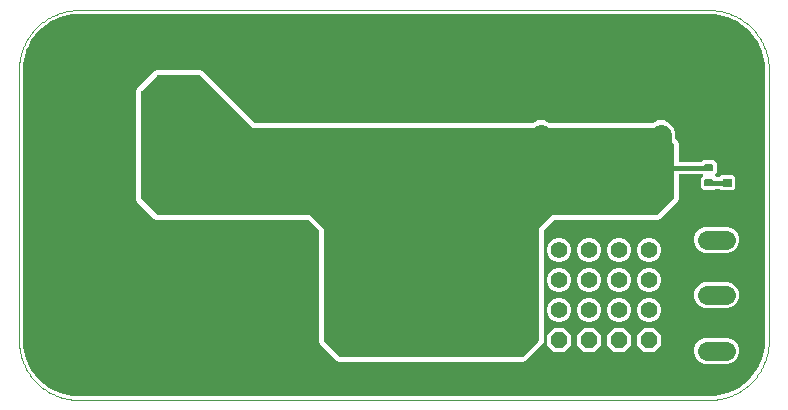
<source format=gtl>
G04 EAGLE Gerber RS-274X export*
G75*
%MOMM*%
%FSLAX34Y34*%
%LPD*%
%INtop copper*%
%IPPOS*%
%AMOC8*
5,1,8,0,0,1.08239X$1,22.5*%
G01*
%ADD10C,0.025400*%
%ADD11P,4.948687X8X112.500000*%
%ADD12C,4.572000*%
%ADD13P,4.123906X8X202.500000*%
%ADD14C,3.810000*%
%ADD15C,1.778000*%
%ADD16C,4.445000*%
%ADD17C,1.397000*%
%ADD18P,1.512099X8X22.500000*%
%ADD19C,1.600000*%
%ADD20C,0.158750*%
%ADD21C,0.063500*%
%ADD22C,0.317500*%
%ADD23C,0.406400*%
%ADD24C,0.508000*%

G36*
X584231Y3180D02*
X584231Y3180D01*
X584257Y3177D01*
X589475Y3470D01*
X589575Y3490D01*
X589644Y3494D01*
X599820Y5817D01*
X599959Y5870D01*
X600035Y5892D01*
X609438Y10420D01*
X609534Y10485D01*
X609616Y10533D01*
X609630Y10541D01*
X609633Y10543D01*
X609633Y10544D01*
X617791Y17049D01*
X617893Y17157D01*
X617951Y17209D01*
X624459Y25369D01*
X624534Y25498D01*
X624580Y25562D01*
X624833Y26087D01*
X624833Y26088D01*
X626300Y29133D01*
X627277Y31164D01*
X628255Y33194D01*
X628255Y33195D01*
X629108Y34965D01*
X629154Y35108D01*
X629183Y35180D01*
X631506Y45356D01*
X631514Y45456D01*
X631530Y45524D01*
X631823Y50743D01*
X631820Y50775D01*
X631824Y50800D01*
X631824Y279400D01*
X631820Y279431D01*
X631823Y279457D01*
X631530Y284675D01*
X631510Y284775D01*
X631506Y284844D01*
X629183Y295020D01*
X629130Y295159D01*
X629108Y295234D01*
X624580Y304638D01*
X624497Y304762D01*
X624459Y304830D01*
X617951Y312991D01*
X617843Y313093D01*
X617791Y313151D01*
X609631Y319659D01*
X609502Y319734D01*
X609438Y319780D01*
X600035Y324308D01*
X599892Y324354D01*
X599820Y324383D01*
X589644Y326706D01*
X589544Y326714D01*
X589476Y326730D01*
X584257Y327023D01*
X584225Y327020D01*
X584200Y327024D01*
X50800Y327024D01*
X50769Y327020D01*
X50743Y327023D01*
X45525Y326730D01*
X45425Y326710D01*
X45356Y326706D01*
X35180Y324383D01*
X35041Y324330D01*
X34966Y324308D01*
X25562Y319780D01*
X25438Y319697D01*
X25370Y319659D01*
X17209Y313151D01*
X17107Y313043D01*
X17049Y312991D01*
X10541Y304830D01*
X10466Y304702D01*
X10420Y304638D01*
X9686Y303114D01*
X9686Y303113D01*
X8219Y300068D01*
X7242Y298037D01*
X7241Y298037D01*
X6264Y296007D01*
X6264Y296006D01*
X5892Y295234D01*
X5846Y295092D01*
X5817Y295020D01*
X3494Y284844D01*
X3486Y284744D01*
X3470Y284676D01*
X3177Y279457D01*
X3180Y279425D01*
X3176Y279400D01*
X3176Y50800D01*
X3180Y50769D01*
X3177Y50743D01*
X3470Y45525D01*
X3490Y45425D01*
X3494Y45356D01*
X5817Y35180D01*
X5870Y35041D01*
X5892Y34966D01*
X10420Y25562D01*
X10503Y25438D01*
X10541Y25370D01*
X17049Y17209D01*
X17157Y17107D01*
X17209Y17049D01*
X25370Y10541D01*
X25498Y10466D01*
X25562Y10420D01*
X34966Y5892D01*
X35108Y5846D01*
X35180Y5817D01*
X45356Y3494D01*
X45456Y3486D01*
X45525Y3470D01*
X50743Y3177D01*
X50775Y3180D01*
X50800Y3176D01*
X584200Y3176D01*
X584231Y3180D01*
G37*
%LPC*%
G36*
X271837Y32003D02*
X271837Y32003D01*
X269596Y32931D01*
X255181Y47346D01*
X254253Y49587D01*
X254253Y143104D01*
X254241Y143191D01*
X254238Y143278D01*
X254221Y143331D01*
X254213Y143386D01*
X254178Y143465D01*
X254151Y143549D01*
X254123Y143588D01*
X254097Y143645D01*
X254001Y143758D01*
X253956Y143822D01*
X245422Y152356D01*
X245352Y152408D01*
X245288Y152468D01*
X245239Y152494D01*
X245195Y152527D01*
X245113Y152558D01*
X245035Y152598D01*
X244988Y152606D01*
X244929Y152628D01*
X244781Y152640D01*
X244704Y152653D01*
X116897Y152653D01*
X114656Y153581D01*
X100241Y167996D01*
X99313Y170237D01*
X99313Y261563D01*
X100241Y263804D01*
X114656Y278219D01*
X116897Y279147D01*
X153613Y279147D01*
X155854Y278219D01*
X199078Y234994D01*
X199148Y234942D01*
X199212Y234882D01*
X199261Y234856D01*
X199305Y234823D01*
X199387Y234792D01*
X199465Y234752D01*
X199512Y234744D01*
X199571Y234722D01*
X199719Y234710D01*
X199796Y234697D01*
X434562Y234697D01*
X434649Y234709D01*
X434736Y234712D01*
X434789Y234729D01*
X434844Y234737D01*
X434924Y234772D01*
X435007Y234799D01*
X435046Y234827D01*
X435103Y234853D01*
X435148Y234891D01*
X439585Y236729D01*
X444335Y236729D01*
X448757Y234897D01*
X448774Y234882D01*
X448823Y234856D01*
X448867Y234823D01*
X448949Y234792D01*
X449027Y234752D01*
X449074Y234744D01*
X449133Y234722D01*
X449280Y234710D01*
X449358Y234697D01*
X536162Y234697D01*
X536249Y234709D01*
X536336Y234712D01*
X536389Y234729D01*
X536444Y234737D01*
X536524Y234772D01*
X536607Y234799D01*
X536646Y234827D01*
X536703Y234853D01*
X536748Y234891D01*
X541185Y236729D01*
X545935Y236729D01*
X550323Y234911D01*
X553681Y231553D01*
X555499Y227165D01*
X555499Y221894D01*
X555511Y221807D01*
X555514Y221720D01*
X555531Y221667D01*
X555539Y221612D01*
X555574Y221533D01*
X555601Y221449D01*
X555629Y221410D01*
X555655Y221353D01*
X555751Y221240D01*
X555796Y221176D01*
X557619Y219354D01*
X558547Y217113D01*
X558547Y202946D01*
X558555Y202888D01*
X558553Y202830D01*
X558575Y202748D01*
X558587Y202664D01*
X558610Y202611D01*
X558625Y202555D01*
X558668Y202482D01*
X558703Y202405D01*
X558741Y202360D01*
X558770Y202310D01*
X558832Y202252D01*
X558886Y202188D01*
X558935Y202156D01*
X558978Y202116D01*
X559053Y202077D01*
X559123Y202030D01*
X559179Y202013D01*
X559231Y201986D01*
X559299Y201975D01*
X559394Y201945D01*
X559494Y201942D01*
X559562Y201931D01*
X578029Y201931D01*
X578115Y201943D01*
X578203Y201946D01*
X578255Y201963D01*
X578310Y201971D01*
X578390Y202006D01*
X578473Y202033D01*
X578512Y202061D01*
X578570Y202087D01*
X578683Y202183D01*
X578746Y202228D01*
X579592Y203074D01*
X588808Y203074D01*
X591059Y200823D01*
X591059Y192877D01*
X589399Y191218D01*
X589364Y191171D01*
X589322Y191131D01*
X589279Y191058D01*
X589229Y190991D01*
X589208Y190936D01*
X589178Y190886D01*
X589157Y190804D01*
X589127Y190725D01*
X589123Y190667D01*
X589108Y190610D01*
X589111Y190526D01*
X589104Y190442D01*
X589115Y190384D01*
X589117Y190326D01*
X589143Y190246D01*
X589160Y190163D01*
X589187Y190111D01*
X589205Y190055D01*
X589245Y189999D01*
X589291Y189911D01*
X589359Y189838D01*
X589399Y189782D01*
X589653Y189528D01*
X589723Y189476D01*
X589787Y189416D01*
X589837Y189390D01*
X589881Y189357D01*
X589962Y189326D01*
X590040Y189286D01*
X590088Y189278D01*
X590146Y189256D01*
X590294Y189244D01*
X590371Y189231D01*
X592990Y189231D01*
X593076Y189243D01*
X593164Y189246D01*
X593216Y189263D01*
X593271Y189271D01*
X593351Y189306D01*
X593434Y189333D01*
X593474Y189361D01*
X593531Y189387D01*
X593644Y189483D01*
X593708Y189528D01*
X594553Y190374D01*
X604327Y190374D01*
X606299Y188402D01*
X606299Y179898D01*
X604327Y177926D01*
X594553Y177926D01*
X593708Y178772D01*
X593638Y178824D01*
X593574Y178884D01*
X593525Y178910D01*
X593480Y178943D01*
X593399Y178974D01*
X593321Y179014D01*
X593273Y179022D01*
X593215Y179044D01*
X593067Y179056D01*
X592990Y179069D01*
X590371Y179069D01*
X590285Y179057D01*
X590197Y179054D01*
X590145Y179037D01*
X590090Y179029D01*
X590010Y178994D01*
X589927Y178967D01*
X589887Y178939D01*
X589830Y178913D01*
X589717Y178817D01*
X589653Y178772D01*
X588808Y177926D01*
X579592Y177926D01*
X577341Y180177D01*
X577341Y188123D01*
X579001Y189782D01*
X579036Y189829D01*
X579078Y189869D01*
X579121Y189942D01*
X579171Y190009D01*
X579192Y190064D01*
X579222Y190114D01*
X579243Y190196D01*
X579273Y190275D01*
X579277Y190333D01*
X579292Y190390D01*
X579289Y190474D01*
X579296Y190558D01*
X579285Y190616D01*
X579283Y190674D01*
X579257Y190754D01*
X579240Y190837D01*
X579213Y190889D01*
X579195Y190945D01*
X579155Y191001D01*
X579109Y191089D01*
X579041Y191162D01*
X579001Y191218D01*
X578746Y191472D01*
X578677Y191524D01*
X578613Y191584D01*
X578563Y191610D01*
X578519Y191643D01*
X578438Y191674D01*
X578360Y191714D01*
X578312Y191722D01*
X578254Y191744D01*
X578106Y191756D01*
X578029Y191769D01*
X559562Y191769D01*
X559504Y191761D01*
X559446Y191763D01*
X559364Y191741D01*
X559280Y191729D01*
X559227Y191706D01*
X559171Y191691D01*
X559098Y191648D01*
X559021Y191613D01*
X558976Y191575D01*
X558926Y191546D01*
X558868Y191484D01*
X558804Y191430D01*
X558772Y191381D01*
X558732Y191338D01*
X558693Y191263D01*
X558646Y191193D01*
X558629Y191137D01*
X558602Y191085D01*
X558591Y191017D01*
X558561Y190922D01*
X558558Y190822D01*
X558547Y190754D01*
X558547Y170237D01*
X557619Y167996D01*
X543204Y153581D01*
X540963Y152653D01*
X453796Y152653D01*
X453709Y152641D01*
X453622Y152638D01*
X453569Y152621D01*
X453514Y152613D01*
X453435Y152578D01*
X453351Y152551D01*
X453312Y152523D01*
X453255Y152497D01*
X453142Y152401D01*
X453078Y152356D01*
X444544Y143822D01*
X444492Y143752D01*
X444432Y143688D01*
X444406Y143639D01*
X444373Y143595D01*
X444342Y143513D01*
X444302Y143435D01*
X444294Y143388D01*
X444272Y143329D01*
X444260Y143181D01*
X444247Y143104D01*
X444247Y49587D01*
X443319Y47346D01*
X428904Y32931D01*
X426663Y32003D01*
X271837Y32003D01*
G37*
%LPD*%
G36*
X425477Y36071D02*
X425477Y36071D01*
X425503Y36069D01*
X425677Y36091D01*
X425851Y36109D01*
X425876Y36117D01*
X425903Y36120D01*
X426068Y36176D01*
X426236Y36227D01*
X426259Y36240D01*
X426284Y36248D01*
X426436Y36335D01*
X426590Y36419D01*
X426610Y36436D01*
X426633Y36449D01*
X426886Y36664D01*
X439586Y49364D01*
X439603Y49384D01*
X439624Y49402D01*
X439731Y49540D01*
X439841Y49675D01*
X439854Y49699D01*
X439870Y49720D01*
X439948Y49877D01*
X440030Y50031D01*
X440038Y50056D01*
X440050Y50081D01*
X440095Y50250D01*
X440145Y50417D01*
X440147Y50443D01*
X440154Y50469D01*
X440181Y50800D01*
X440181Y145209D01*
X451691Y156719D01*
X539750Y156719D01*
X539777Y156721D01*
X539803Y156719D01*
X539977Y156741D01*
X540151Y156759D01*
X540176Y156767D01*
X540203Y156770D01*
X540368Y156826D01*
X540536Y156877D01*
X540559Y156890D01*
X540584Y156898D01*
X540736Y156985D01*
X540890Y157069D01*
X540910Y157086D01*
X540933Y157099D01*
X541186Y157314D01*
X553886Y170014D01*
X553903Y170034D01*
X553924Y170052D01*
X554031Y170190D01*
X554141Y170325D01*
X554154Y170349D01*
X554170Y170370D01*
X554248Y170527D01*
X554330Y170681D01*
X554338Y170706D01*
X554350Y170731D01*
X554395Y170900D01*
X554445Y171067D01*
X554447Y171093D01*
X554454Y171119D01*
X554481Y171450D01*
X554481Y215900D01*
X554479Y215927D01*
X554481Y215953D01*
X554459Y216127D01*
X554441Y216301D01*
X554434Y216326D01*
X554430Y216353D01*
X554375Y216518D01*
X554323Y216686D01*
X554310Y216709D01*
X554302Y216734D01*
X554215Y216886D01*
X554131Y217040D01*
X554114Y217060D01*
X554101Y217083D01*
X553886Y217336D01*
X541186Y230036D01*
X541166Y230053D01*
X541148Y230074D01*
X541010Y230181D01*
X540875Y230291D01*
X540851Y230304D01*
X540830Y230320D01*
X540673Y230398D01*
X540519Y230480D01*
X540494Y230488D01*
X540470Y230500D01*
X540300Y230545D01*
X540133Y230595D01*
X540107Y230597D01*
X540081Y230604D01*
X539750Y230631D01*
X197691Y230631D01*
X153836Y274486D01*
X153816Y274503D01*
X153798Y274524D01*
X153660Y274631D01*
X153525Y274741D01*
X153501Y274754D01*
X153480Y274770D01*
X153323Y274848D01*
X153169Y274930D01*
X153144Y274938D01*
X153120Y274950D01*
X152950Y274995D01*
X152783Y275045D01*
X152757Y275047D01*
X152731Y275054D01*
X152400Y275081D01*
X118110Y275081D01*
X118083Y275079D01*
X118057Y275081D01*
X117883Y275059D01*
X117709Y275041D01*
X117684Y275034D01*
X117657Y275030D01*
X117492Y274975D01*
X117324Y274923D01*
X117301Y274910D01*
X117276Y274902D01*
X117124Y274815D01*
X116970Y274731D01*
X116950Y274714D01*
X116927Y274701D01*
X116674Y274486D01*
X103974Y261786D01*
X103957Y261766D01*
X103937Y261748D01*
X103829Y261610D01*
X103719Y261475D01*
X103706Y261451D01*
X103690Y261430D01*
X103612Y261273D01*
X103530Y261119D01*
X103522Y261094D01*
X103510Y261070D01*
X103465Y260900D01*
X103415Y260733D01*
X103413Y260707D01*
X103406Y260681D01*
X103379Y260350D01*
X103379Y171450D01*
X103381Y171423D01*
X103379Y171397D01*
X103401Y171223D01*
X103419Y171049D01*
X103427Y171024D01*
X103430Y170997D01*
X103486Y170832D01*
X103537Y170664D01*
X103550Y170641D01*
X103558Y170616D01*
X103645Y170464D01*
X103729Y170310D01*
X103746Y170290D01*
X103759Y170267D01*
X103974Y170014D01*
X116674Y157314D01*
X116694Y157297D01*
X116712Y157277D01*
X116850Y157169D01*
X116985Y157059D01*
X117009Y157046D01*
X117030Y157030D01*
X117187Y156952D01*
X117341Y156870D01*
X117366Y156862D01*
X117391Y156850D01*
X117560Y156805D01*
X117727Y156755D01*
X117753Y156753D01*
X117779Y156746D01*
X118110Y156719D01*
X246809Y156719D01*
X258319Y145209D01*
X258319Y50800D01*
X258321Y50773D01*
X258319Y50747D01*
X258341Y50573D01*
X258359Y50399D01*
X258367Y50374D01*
X258370Y50347D01*
X258426Y50182D01*
X258477Y50014D01*
X258490Y49991D01*
X258498Y49966D01*
X258585Y49814D01*
X258669Y49660D01*
X258686Y49640D01*
X258699Y49617D01*
X258914Y49364D01*
X271614Y36664D01*
X271634Y36647D01*
X271652Y36627D01*
X271790Y36519D01*
X271925Y36409D01*
X271949Y36396D01*
X271970Y36380D01*
X272127Y36302D01*
X272281Y36220D01*
X272306Y36212D01*
X272331Y36200D01*
X272500Y36155D01*
X272667Y36105D01*
X272693Y36103D01*
X272719Y36096D01*
X273050Y36069D01*
X425450Y36069D01*
X425477Y36071D01*
G37*
%LPC*%
G36*
X580352Y124851D02*
X580352Y124851D01*
X576291Y126533D01*
X573183Y129641D01*
X571501Y133702D01*
X571501Y138098D01*
X573183Y142159D01*
X576291Y145267D01*
X580352Y146949D01*
X600748Y146949D01*
X604809Y145267D01*
X607917Y142159D01*
X609599Y138098D01*
X609599Y133702D01*
X607917Y129641D01*
X604809Y126533D01*
X600748Y124851D01*
X580352Y124851D01*
G37*
%LPD*%
%LPC*%
G36*
X580352Y77851D02*
X580352Y77851D01*
X576291Y79533D01*
X573183Y82641D01*
X571501Y86702D01*
X571501Y91098D01*
X573183Y95159D01*
X576291Y98267D01*
X580352Y99949D01*
X600748Y99949D01*
X604809Y98267D01*
X607917Y95159D01*
X609599Y91098D01*
X609599Y86702D01*
X607917Y82641D01*
X604809Y79533D01*
X600748Y77851D01*
X580352Y77851D01*
G37*
%LPD*%
%LPC*%
G36*
X580352Y30851D02*
X580352Y30851D01*
X576291Y32533D01*
X573183Y35641D01*
X571501Y39702D01*
X571501Y44098D01*
X573183Y48159D01*
X576291Y51267D01*
X580352Y52949D01*
X600748Y52949D01*
X604809Y51267D01*
X607917Y48159D01*
X609599Y44098D01*
X609599Y39702D01*
X607917Y35641D01*
X604809Y32533D01*
X600748Y30851D01*
X580352Y30851D01*
G37*
%LPD*%
%LPC*%
G36*
X529244Y40766D02*
X529244Y40766D01*
X523366Y46644D01*
X523366Y54956D01*
X529244Y60834D01*
X537556Y60834D01*
X543434Y54956D01*
X543434Y46644D01*
X537556Y40766D01*
X529244Y40766D01*
G37*
%LPD*%
%LPC*%
G36*
X503844Y40766D02*
X503844Y40766D01*
X497966Y46644D01*
X497966Y54956D01*
X503844Y60834D01*
X512156Y60834D01*
X518034Y54956D01*
X518034Y46644D01*
X512156Y40766D01*
X503844Y40766D01*
G37*
%LPD*%
%LPC*%
G36*
X478444Y40766D02*
X478444Y40766D01*
X472566Y46644D01*
X472566Y54956D01*
X478444Y60834D01*
X486756Y60834D01*
X492634Y54956D01*
X492634Y46644D01*
X486756Y40766D01*
X478444Y40766D01*
G37*
%LPD*%
%LPC*%
G36*
X453044Y40766D02*
X453044Y40766D01*
X447166Y46644D01*
X447166Y54956D01*
X453044Y60834D01*
X461356Y60834D01*
X467234Y54956D01*
X467234Y46644D01*
X461356Y40766D01*
X453044Y40766D01*
G37*
%LPD*%
%LPC*%
G36*
X531404Y116966D02*
X531404Y116966D01*
X527716Y118494D01*
X524894Y121316D01*
X523366Y125004D01*
X523366Y128996D01*
X524894Y132684D01*
X527716Y135506D01*
X531404Y137034D01*
X535396Y137034D01*
X539084Y135506D01*
X541906Y132684D01*
X543434Y128996D01*
X543434Y125004D01*
X541906Y121316D01*
X539084Y118494D01*
X535396Y116966D01*
X531404Y116966D01*
G37*
%LPD*%
%LPC*%
G36*
X480604Y116966D02*
X480604Y116966D01*
X476916Y118494D01*
X474094Y121316D01*
X472566Y125004D01*
X472566Y128996D01*
X474094Y132684D01*
X476916Y135506D01*
X480604Y137034D01*
X484596Y137034D01*
X488284Y135506D01*
X491106Y132684D01*
X492634Y128996D01*
X492634Y125004D01*
X491106Y121316D01*
X488284Y118494D01*
X484596Y116966D01*
X480604Y116966D01*
G37*
%LPD*%
%LPC*%
G36*
X506004Y116966D02*
X506004Y116966D01*
X502316Y118494D01*
X499494Y121316D01*
X497966Y125004D01*
X497966Y128996D01*
X499494Y132684D01*
X502316Y135506D01*
X506004Y137034D01*
X509996Y137034D01*
X513684Y135506D01*
X516506Y132684D01*
X518034Y128996D01*
X518034Y125004D01*
X516506Y121316D01*
X513684Y118494D01*
X509996Y116966D01*
X506004Y116966D01*
G37*
%LPD*%
%LPC*%
G36*
X455204Y116966D02*
X455204Y116966D01*
X451516Y118494D01*
X448694Y121316D01*
X447166Y125004D01*
X447166Y128996D01*
X448694Y132684D01*
X451516Y135506D01*
X455204Y137034D01*
X459196Y137034D01*
X462884Y135506D01*
X465706Y132684D01*
X467234Y128996D01*
X467234Y125004D01*
X465706Y121316D01*
X462884Y118494D01*
X459196Y116966D01*
X455204Y116966D01*
G37*
%LPD*%
%LPC*%
G36*
X531404Y91566D02*
X531404Y91566D01*
X527716Y93094D01*
X524894Y95916D01*
X523366Y99604D01*
X523366Y103596D01*
X524894Y107284D01*
X527716Y110106D01*
X531404Y111634D01*
X535396Y111634D01*
X539084Y110106D01*
X541906Y107284D01*
X543434Y103596D01*
X543434Y99604D01*
X541906Y95916D01*
X539084Y93094D01*
X535396Y91566D01*
X531404Y91566D01*
G37*
%LPD*%
%LPC*%
G36*
X506004Y91566D02*
X506004Y91566D01*
X502316Y93094D01*
X499494Y95916D01*
X497966Y99604D01*
X497966Y103596D01*
X499494Y107284D01*
X502316Y110106D01*
X506004Y111634D01*
X509996Y111634D01*
X513684Y110106D01*
X516506Y107284D01*
X518034Y103596D01*
X518034Y99604D01*
X516506Y95916D01*
X513684Y93094D01*
X509996Y91566D01*
X506004Y91566D01*
G37*
%LPD*%
%LPC*%
G36*
X480604Y91566D02*
X480604Y91566D01*
X476916Y93094D01*
X474094Y95916D01*
X472566Y99604D01*
X472566Y103596D01*
X474094Y107284D01*
X476916Y110106D01*
X480604Y111634D01*
X484596Y111634D01*
X488284Y110106D01*
X491106Y107284D01*
X492634Y103596D01*
X492634Y99604D01*
X491106Y95916D01*
X488284Y93094D01*
X484596Y91566D01*
X480604Y91566D01*
G37*
%LPD*%
%LPC*%
G36*
X455204Y91566D02*
X455204Y91566D01*
X451516Y93094D01*
X448694Y95916D01*
X447166Y99604D01*
X447166Y103596D01*
X448694Y107284D01*
X451516Y110106D01*
X455204Y111634D01*
X459196Y111634D01*
X462884Y110106D01*
X465706Y107284D01*
X467234Y103596D01*
X467234Y99604D01*
X465706Y95916D01*
X462884Y93094D01*
X459196Y91566D01*
X455204Y91566D01*
G37*
%LPD*%
%LPC*%
G36*
X531404Y66166D02*
X531404Y66166D01*
X527716Y67694D01*
X524894Y70516D01*
X523366Y74204D01*
X523366Y78196D01*
X524894Y81884D01*
X527716Y84706D01*
X531404Y86234D01*
X535396Y86234D01*
X539084Y84706D01*
X541906Y81884D01*
X543434Y78196D01*
X543434Y74204D01*
X541906Y70516D01*
X539084Y67694D01*
X535396Y66166D01*
X531404Y66166D01*
G37*
%LPD*%
%LPC*%
G36*
X506004Y66166D02*
X506004Y66166D01*
X502316Y67694D01*
X499494Y70516D01*
X497966Y74204D01*
X497966Y78196D01*
X499494Y81884D01*
X502316Y84706D01*
X506004Y86234D01*
X509996Y86234D01*
X513684Y84706D01*
X516506Y81884D01*
X518034Y78196D01*
X518034Y74204D01*
X516506Y70516D01*
X513684Y67694D01*
X509996Y66166D01*
X506004Y66166D01*
G37*
%LPD*%
%LPC*%
G36*
X480604Y66166D02*
X480604Y66166D01*
X476916Y67694D01*
X474094Y70516D01*
X472566Y74204D01*
X472566Y78196D01*
X474094Y81884D01*
X476916Y84706D01*
X480604Y86234D01*
X484596Y86234D01*
X488284Y84706D01*
X491106Y81884D01*
X492634Y78196D01*
X492634Y74204D01*
X491106Y70516D01*
X488284Y67694D01*
X484596Y66166D01*
X480604Y66166D01*
G37*
%LPD*%
%LPC*%
G36*
X455204Y66166D02*
X455204Y66166D01*
X451516Y67694D01*
X448694Y70516D01*
X447166Y74204D01*
X447166Y78196D01*
X448694Y81884D01*
X451516Y84706D01*
X455204Y86234D01*
X459196Y86234D01*
X462884Y84706D01*
X465706Y81884D01*
X467234Y78196D01*
X467234Y74204D01*
X465706Y70516D01*
X462884Y67694D01*
X459196Y66166D01*
X455204Y66166D01*
G37*
%LPD*%
D10*
X635000Y50800D02*
X635000Y279400D01*
X634985Y280628D01*
X634941Y281854D01*
X634867Y283080D01*
X634763Y284303D01*
X634630Y285523D01*
X634467Y286740D01*
X634275Y287953D01*
X634054Y289160D01*
X633803Y290362D01*
X633524Y291557D01*
X633216Y292746D01*
X632879Y293926D01*
X632514Y295098D01*
X632120Y296261D01*
X631699Y297414D01*
X631250Y298556D01*
X630773Y299688D01*
X630269Y300807D01*
X629738Y301914D01*
X629181Y303008D01*
X628598Y304088D01*
X627988Y305154D01*
X627353Y306204D01*
X626693Y307239D01*
X626008Y308258D01*
X625298Y309259D01*
X624565Y310244D01*
X623807Y311210D01*
X623027Y312158D01*
X622224Y313087D01*
X621399Y313996D01*
X620552Y314884D01*
X619684Y315752D01*
X618796Y316599D01*
X617887Y317424D01*
X616958Y318227D01*
X616010Y319007D01*
X615044Y319765D01*
X614059Y320498D01*
X613058Y321208D01*
X612039Y321893D01*
X611004Y322553D01*
X609954Y323188D01*
X608888Y323798D01*
X607808Y324381D01*
X606714Y324938D01*
X605607Y325469D01*
X604488Y325973D01*
X603356Y326450D01*
X602214Y326899D01*
X601061Y327320D01*
X599898Y327714D01*
X598726Y328079D01*
X597546Y328416D01*
X596357Y328724D01*
X595162Y329003D01*
X593960Y329254D01*
X592753Y329475D01*
X591540Y329667D01*
X590323Y329830D01*
X589103Y329963D01*
X587880Y330067D01*
X586654Y330141D01*
X585428Y330185D01*
X584200Y330200D01*
X50800Y330200D01*
X49572Y330185D01*
X48346Y330141D01*
X47120Y330067D01*
X45897Y329963D01*
X44677Y329830D01*
X43460Y329667D01*
X42247Y329475D01*
X41040Y329254D01*
X39838Y329003D01*
X38643Y328724D01*
X37454Y328416D01*
X36274Y328079D01*
X35102Y327714D01*
X33939Y327320D01*
X32786Y326899D01*
X31644Y326450D01*
X30512Y325973D01*
X29393Y325469D01*
X28286Y324938D01*
X27192Y324381D01*
X26112Y323798D01*
X25046Y323188D01*
X23996Y322553D01*
X22961Y321893D01*
X21942Y321208D01*
X20941Y320498D01*
X19956Y319765D01*
X18990Y319007D01*
X18042Y318227D01*
X17113Y317424D01*
X16204Y316599D01*
X15316Y315752D01*
X14448Y314884D01*
X13601Y313996D01*
X12776Y313087D01*
X11973Y312158D01*
X11193Y311210D01*
X10435Y310244D01*
X9702Y309259D01*
X8992Y308258D01*
X8307Y307239D01*
X7647Y306204D01*
X7012Y305154D01*
X6402Y304088D01*
X5819Y303008D01*
X5262Y301914D01*
X4731Y300807D01*
X4227Y299688D01*
X3750Y298556D01*
X3301Y297414D01*
X2880Y296261D01*
X2486Y295098D01*
X2121Y293926D01*
X1784Y292746D01*
X1476Y291557D01*
X1197Y290362D01*
X946Y289160D01*
X725Y287953D01*
X533Y286740D01*
X370Y285523D01*
X237Y284303D01*
X133Y283080D01*
X59Y281854D01*
X15Y280628D01*
X0Y279400D01*
X0Y50800D01*
X15Y49572D01*
X59Y48346D01*
X133Y47120D01*
X237Y45897D01*
X370Y44677D01*
X533Y43460D01*
X725Y42247D01*
X946Y41040D01*
X1197Y39838D01*
X1476Y38643D01*
X1784Y37454D01*
X2121Y36274D01*
X2486Y35102D01*
X2880Y33939D01*
X3301Y32786D01*
X3750Y31644D01*
X4227Y30512D01*
X4731Y29393D01*
X5262Y28286D01*
X5819Y27192D01*
X6402Y26112D01*
X7012Y25046D01*
X7647Y23996D01*
X8307Y22961D01*
X8992Y21942D01*
X9702Y20941D01*
X10435Y19956D01*
X11193Y18990D01*
X11973Y18042D01*
X12776Y17113D01*
X13601Y16204D01*
X14448Y15316D01*
X15316Y14448D01*
X16204Y13601D01*
X17113Y12776D01*
X18042Y11973D01*
X18990Y11193D01*
X19956Y10435D01*
X20941Y9702D01*
X21942Y8992D01*
X22961Y8307D01*
X23996Y7647D01*
X25046Y7012D01*
X26112Y6402D01*
X27192Y5819D01*
X28286Y5262D01*
X29393Y4731D01*
X30512Y4227D01*
X31644Y3750D01*
X32786Y3301D01*
X33939Y2880D01*
X35102Y2486D01*
X36274Y2121D01*
X37454Y1784D01*
X38643Y1476D01*
X39838Y1197D01*
X41040Y946D01*
X42247Y725D01*
X43460Y533D01*
X44677Y370D01*
X45897Y237D01*
X47120Y133D01*
X48346Y59D01*
X49572Y15D01*
X50800Y0D01*
X584200Y0D01*
X585428Y15D01*
X586654Y59D01*
X587880Y133D01*
X589103Y237D01*
X590323Y370D01*
X591540Y533D01*
X592753Y725D01*
X593960Y946D01*
X595162Y1197D01*
X596357Y1476D01*
X597546Y1784D01*
X598726Y2121D01*
X599898Y2486D01*
X601061Y2880D01*
X602214Y3301D01*
X603356Y3750D01*
X604488Y4227D01*
X605607Y4731D01*
X606714Y5262D01*
X607808Y5819D01*
X608888Y6402D01*
X609954Y7012D01*
X611004Y7647D01*
X612039Y8307D01*
X613058Y8992D01*
X614059Y9702D01*
X615044Y10435D01*
X616010Y11193D01*
X616958Y11973D01*
X617887Y12776D01*
X618796Y13601D01*
X619684Y14448D01*
X620552Y15316D01*
X621399Y16204D01*
X622224Y17113D01*
X623027Y18042D01*
X623807Y18990D01*
X624565Y19956D01*
X625298Y20941D01*
X626008Y21942D01*
X626693Y22961D01*
X627353Y23996D01*
X627988Y25046D01*
X628598Y26112D01*
X629181Y27192D01*
X629738Y28286D01*
X630269Y29393D01*
X630773Y30512D01*
X631250Y31644D01*
X631699Y32786D01*
X632120Y33939D01*
X632514Y35102D01*
X632879Y36274D01*
X633216Y37454D01*
X633524Y38643D01*
X633803Y39838D01*
X634054Y41040D01*
X634275Y42247D01*
X634467Y43460D01*
X634630Y44677D01*
X634763Y45897D01*
X634867Y47120D01*
X634941Y48346D01*
X634985Y49572D01*
X635000Y50800D01*
D11*
X215900Y194310D03*
D12*
X215900Y262890D03*
D11*
X311150Y194310D03*
D12*
X311150Y262890D03*
D13*
X127000Y184150D03*
D14*
X76200Y184150D03*
D13*
X127000Y254000D03*
D14*
X76200Y254000D03*
D15*
X378460Y243840D02*
X396240Y243840D01*
X441960Y224790D02*
X441960Y207010D01*
X434340Y266700D02*
X416560Y266700D01*
X480060Y243840D02*
X497840Y243840D01*
X543560Y224790D02*
X543560Y207010D01*
X535940Y266700D02*
X518160Y266700D01*
D16*
X95250Y111125D02*
X95250Y66675D01*
X158750Y66675D02*
X158750Y111125D01*
X222250Y111125D02*
X222250Y66675D01*
X285750Y66675D02*
X285750Y111125D01*
X349250Y111125D02*
X349250Y66675D01*
X412750Y66675D02*
X412750Y111125D01*
D17*
X457200Y127000D03*
X482600Y127000D03*
X508000Y127000D03*
X533400Y127000D03*
X457200Y101600D03*
X482600Y101600D03*
X508000Y101600D03*
X533400Y101600D03*
X457200Y76200D03*
X482600Y76200D03*
X508000Y76200D03*
X533400Y76200D03*
D18*
X457200Y50800D03*
X482600Y50800D03*
X508000Y50800D03*
X533400Y50800D03*
D19*
X582550Y88900D02*
X598550Y88900D01*
X598550Y135900D02*
X582550Y135900D01*
X582550Y41900D02*
X598550Y41900D01*
D20*
X581184Y194469D02*
X581184Y199231D01*
X587216Y199231D01*
X587216Y194469D01*
X581184Y194469D01*
X581184Y195978D02*
X587216Y195978D01*
X587216Y197487D02*
X581184Y197487D01*
X581184Y198996D02*
X587216Y198996D01*
X581184Y186531D02*
X581184Y181769D01*
X581184Y186531D02*
X587216Y186531D01*
X587216Y181769D01*
X581184Y181769D01*
X581184Y183278D02*
X587216Y183278D01*
X587216Y184787D02*
X581184Y184787D01*
X581184Y186296D02*
X587216Y186296D01*
D21*
X602933Y187008D02*
X602933Y181292D01*
X595947Y181292D01*
X595947Y187008D01*
X602933Y187008D01*
X602933Y181895D02*
X595947Y181895D01*
X595947Y182498D02*
X602933Y182498D01*
X602933Y183101D02*
X595947Y183101D01*
X595947Y183704D02*
X602933Y183704D01*
X602933Y184307D02*
X595947Y184307D01*
X595947Y184910D02*
X602933Y184910D01*
X602933Y185513D02*
X595947Y185513D01*
X595947Y186116D02*
X602933Y186116D01*
X602933Y186719D02*
X595947Y186719D01*
D22*
X601663Y195262D02*
X601663Y198438D01*
X601663Y195262D02*
X597217Y195262D01*
X597217Y198438D01*
X601663Y198438D01*
X601663Y198278D02*
X597217Y198278D01*
D23*
X584200Y196850D02*
X543560Y196850D01*
X543560Y215900D01*
D24*
X19050Y304800D03*
X31750Y317500D03*
X50800Y323850D03*
X6350Y285750D03*
X6350Y260350D03*
X6350Y234950D03*
X6350Y209550D03*
X6350Y184150D03*
X6350Y158750D03*
X6350Y133350D03*
X6350Y107950D03*
X6350Y82550D03*
X6350Y57150D03*
X19050Y69850D03*
X19050Y44450D03*
X12700Y31750D03*
X25400Y19050D03*
X44450Y6350D03*
X69850Y6350D03*
X95250Y6350D03*
X120650Y6350D03*
X146050Y6350D03*
X171450Y6350D03*
X196850Y6350D03*
X222250Y6350D03*
X247650Y6350D03*
X273050Y6350D03*
X298450Y6350D03*
X323850Y6350D03*
X349250Y6350D03*
X374650Y6350D03*
X400050Y6350D03*
X425450Y6350D03*
X450850Y6350D03*
X476250Y6350D03*
X501650Y6350D03*
X527050Y6350D03*
X552450Y6350D03*
X577850Y6350D03*
X603250Y12700D03*
X622300Y31750D03*
X628650Y57150D03*
X628650Y82550D03*
X628650Y107950D03*
X628650Y133350D03*
X628650Y158750D03*
X628650Y184150D03*
X628650Y209550D03*
X628650Y234950D03*
X628650Y260350D03*
X628650Y285750D03*
X615950Y304800D03*
X603250Y317500D03*
X584200Y323850D03*
X558800Y323850D03*
X533400Y323850D03*
X508000Y323850D03*
X482600Y323850D03*
X457200Y323850D03*
X431800Y323850D03*
X406400Y323850D03*
X381000Y323850D03*
X355600Y323850D03*
X330200Y323850D03*
X304800Y323850D03*
X279400Y323850D03*
X254000Y323850D03*
X228600Y323850D03*
X203200Y323850D03*
X177800Y323850D03*
X152400Y323850D03*
X127000Y323850D03*
X101600Y323850D03*
X76200Y323850D03*
X63500Y311150D03*
X590550Y311150D03*
X571500Y311150D03*
X546100Y311150D03*
X520700Y311150D03*
X495300Y311150D03*
X469900Y311150D03*
X444500Y311150D03*
X419100Y311150D03*
X393700Y311150D03*
X368300Y311150D03*
X342900Y311150D03*
X317500Y311150D03*
X292100Y311150D03*
X266700Y311150D03*
X241300Y311150D03*
X215900Y311150D03*
X190500Y311150D03*
X165100Y311150D03*
X139700Y311150D03*
X114300Y311150D03*
X88900Y311150D03*
X577850Y298450D03*
X558800Y298450D03*
X533400Y298450D03*
X508000Y298450D03*
X482600Y298450D03*
X457200Y298450D03*
X431800Y298450D03*
X406400Y298450D03*
X381000Y298450D03*
X355600Y298450D03*
X330200Y298450D03*
X304800Y298450D03*
X279400Y298450D03*
X254000Y298450D03*
X228600Y298450D03*
X203200Y298450D03*
X177800Y298450D03*
X152400Y298450D03*
X127000Y298450D03*
X101600Y298450D03*
X76200Y298450D03*
X615950Y196850D03*
X615950Y222250D03*
X615950Y247650D03*
X615950Y171450D03*
X590550Y171450D03*
X565150Y171450D03*
X577850Y158750D03*
X603250Y158750D03*
X615950Y146050D03*
X615950Y120650D03*
X615950Y95250D03*
X615950Y69850D03*
X615950Y44450D03*
X565150Y19050D03*
X590550Y19050D03*
X31750Y57150D03*
X31750Y82550D03*
X31750Y107950D03*
X31750Y133350D03*
X31750Y158750D03*
X31750Y184150D03*
X31750Y209550D03*
X31750Y234950D03*
X31750Y260350D03*
X31750Y285750D03*
X31750Y304800D03*
X19050Y95250D03*
X19050Y120650D03*
X19050Y146050D03*
X19050Y171450D03*
X19050Y196850D03*
X19050Y222250D03*
X19050Y247650D03*
X19050Y273050D03*
X19050Y292100D03*
X57150Y19050D03*
X82550Y19050D03*
X107950Y19050D03*
X133350Y19050D03*
X158750Y19050D03*
X184150Y19050D03*
X209550Y19050D03*
X234950Y19050D03*
X260350Y19050D03*
X285750Y19050D03*
X311150Y19050D03*
X336550Y19050D03*
X361950Y19050D03*
X387350Y19050D03*
X412750Y19050D03*
X438150Y19050D03*
X463550Y19050D03*
X488950Y19050D03*
X514350Y19050D03*
X539750Y19050D03*
D23*
X584200Y184150D02*
X599440Y184150D01*
M02*

</source>
